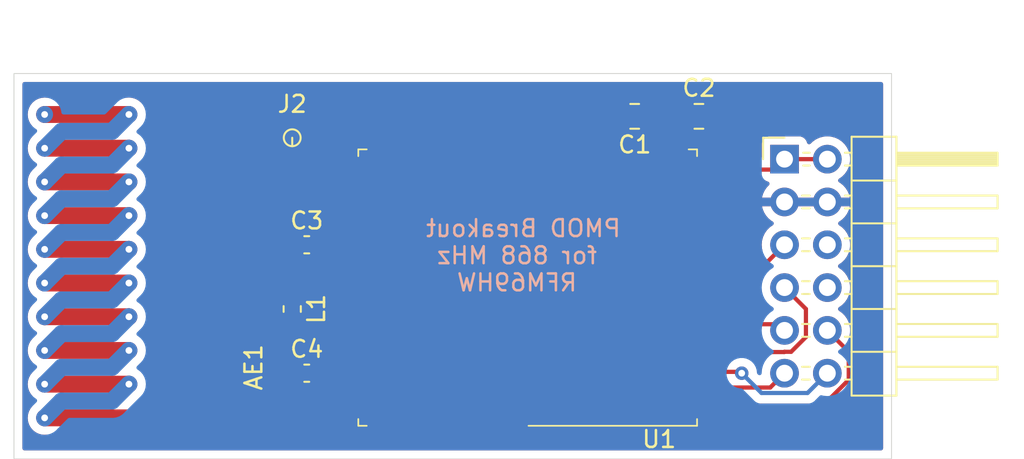
<source format=kicad_pcb>
(kicad_pcb (version 20211014) (generator pcbnew)
  (layers (0 "F.Cu" signal) (31 "B.Cu" signal) (34 "B.Paste" user) (35 "F.Paste" user) (36 "B.SilkS" user "B.Silkscreen") (37 "F.SilkS" user "F.Silkscreen") (38 "B.Mask" user) (39 "F.Mask" user) (44 "Edge.Cuts" user))
  (net 0 "")
  (net 1 "GND")
  (net 2 "DIO0")
  (net 3 "nRESET")
  (net 4 "nCS")
  (net 5 "SCK")
  (net 6 "MOSI")
  (net 7 "MISO")
  (net 8 "VCC")
  (net 16 "Net-(AE1-Pad1)")
  (net 17 "Net-(C3-Pad1)")
  (footprint "Connector_PinHeader_2.54mm:PinHeader_2x06_P2.54mm_Horizontal" (layer "F.Cu") (at 149.86 43.18)
    (fp_text reference "J1" hide)
    (fp_text value "Conn_02x06_Odd_Even")
    (fp_line (start 1.042929 7.24) (end 1.497071 7.24) (layer "F.SilkS") (width 0.12))
    (fp_line (start 12.64 -0.38) (end 12.64 0.38) (layer "F.SilkS") (width 0.12))
    (fp_line (start 6.64 0.04) (end 12.64 0.04) (layer "F.SilkS") (width 0.12))
    (fp_line (start 6.64 -0.32) (end 12.64 -0.32) (layer "F.SilkS") (width 0.12))
    (fp_line (start 3.98 -1.33) (end 3.98 14.03) (layer "F.SilkS") (width 0.12))
    (fp_line (start -1.27 -1.27) (end 0 -1.27) (layer "F.SilkS") (width 0.12))
    (fp_line (start 6.64 -0.08) (end 12.64 -0.08) (layer "F.SilkS") (width 0.12))
    (fp_line (start 1.042929 12.32) (end 1.497071 12.32) (layer "F.SilkS") (width 0.12))
    (fp_line (start 6.64 0.28) (end 12.64 0.28) (layer "F.SilkS") (width 0.12))
    (fp_line (start 3.582929 4.7) (end 3.98 4.7) (layer "F.SilkS") (width 0.12))
    (fp_line (start 12.64 2.92) (end 6.64 2.92) (layer "F.SilkS") (width 0.12))
    (fp_line (start 3.582929 0.38) (end 3.98 0.38) (layer "F.SilkS") (width 0.12))
    (fp_line (start 3.582929 2.16) (end 3.98 2.16) (layer "F.SilkS") (width 0.12))
    (fp_line (start 3.582929 8) (end 3.98 8) (layer "F.SilkS") (width 0.12))
    (fp_line (start 3.98 6.35) (end 6.64 6.35) (layer "F.SilkS") (width 0.12))
    (fp_line (start -1.27 0) (end -1.27 -1.27) (layer "F.SilkS") (width 0.12))
    (fp_line (start 3.582929 12.32) (end 3.98 12.32) (layer "F.SilkS") (width 0.12))
    (fp_line (start 3.98 11.43) (end 6.64 11.43) (layer "F.SilkS") (width 0.12))
    (fp_line (start 3.582929 5.46) (end 3.98 5.46) (layer "F.SilkS") (width 0.12))
    (fp_line (start 1.042929 2.16) (end 1.497071 2.16) (layer "F.SilkS") (width 0.12))
    (fp_line (start 3.582929 -0.38) (end 3.98 -0.38) (layer "F.SilkS") (width 0.12))
    (fp_line (start 6.64 -0.2) (end 12.64 -0.2) (layer "F.SilkS") (width 0.12))
    (fp_line (start 12.64 4.7) (end 12.64 5.46) (layer "F.SilkS") (width 0.12))
    (fp_line (start 12.64 5.46) (end 6.64 5.46) (layer "F.SilkS") (width 0.12))
    (fp_line (start 1.042929 9.78) (end 1.497071 9.78) (layer "F.SilkS") (width 0.12))
    (fp_line (start 6.64 -1.33) (end 3.98 -1.33) (layer "F.SilkS") (width 0.12))
    (fp_line (start 1.042929 5.46) (end 1.497071 5.46) (layer "F.SilkS") (width 0.12))
    (fp_line (start 3.582929 2.92) (end 3.98 2.92) (layer "F.SilkS") (width 0.12))
    (fp_line (start 3.98 8.89) (end 6.64 8.89) (layer "F.SilkS") (width 0.12))
    (fp_line (start 12.64 0.38) (end 6.64 0.38) (layer "F.SilkS") (width 0.12))
    (fp_line (start 6.64 7.24) (end 12.64 7.24) (layer "F.SilkS") (width 0.12))
    (fp_line (start 1.042929 13.08) (end 1.497071 13.08) (layer "F.SilkS") (width 0.12))
    (fp_line (start 6.64 4.7) (end 12.64 4.7) (layer "F.SilkS") (width 0.12))
    (fp_line (start 3.582929 7.24) (end 3.98 7.24) (layer "F.SilkS") (width 0.12))
    (fp_line (start 1.042929 2.92) (end 1.497071 2.92) (layer "F.SilkS") (width 0.12))
    (fp_line (start 3.98 14.03) (end 6.64 14.03) (layer "F.SilkS") (width 0.12))
    (fp_line (start 6.64 2.16) (end 12.64 2.16) (layer "F.SilkS") (width 0.12))
    (fp_line (start 3.582929 9.78) (end 3.98 9.78) (layer "F.SilkS") (width 0.12))
    (fp_line (start 1.042929 8) (end 1.497071 8) (layer "F.SilkS") (width 0.12))
    (fp_line (start 6.64 14.03) (end 6.64 -1.33) (layer "F.SilkS") (width 0.12))
    (fp_line (start 1.042929 10.54) (end 1.497071 10.54) (layer "F.SilkS") (width 0.12))
    (fp_line (start 1.11 0.38) (end 1.497071 0.38) (layer "F.SilkS") (width 0.12))
    (fp_line (start 6.64 0.16) (end 12.64 0.16) (layer "F.SilkS") (width 0.12))
    (fp_line (start 12.64 10.54) (end 6.64 10.54) (layer "F.SilkS") (width 0.12))
    (fp_line (start 12.64 9.78) (end 12.64 10.54) (layer "F.SilkS") (width 0.12))
    (fp_line (start 12.64 7.24) (end 12.64 8) (layer "F.SilkS") (width 0.12))
    (fp_line (start 3.582929 10.54) (end 3.98 10.54) (layer "F.SilkS") (width 0.12))
    (fp_line (start 3.582929 13.08) (end 3.98 13.08) (layer "F.SilkS") (width 0.12))
    (fp_line (start 6.64 12.32) (end 12.64 12.32) (layer "F.SilkS") (width 0.12))
    (fp_line (start 12.64 2.16) (end 12.64 2.92) (layer "F.SilkS") (width 0.12))
    (fp_line (start 3.98 1.27) (end 6.64 1.27) (layer "F.SilkS") (width 0.12))
    (fp_line (start 12.64 8) (end 6.64 8) (layer "F.SilkS") (width 0.12))
    (fp_line (start 6.64 -0.38) (end 12.64 -0.38) (layer "F.SilkS") (width 0.12))
    (fp_line (start 12.64 13.08) (end 6.64 13.08) (layer "F.SilkS") (width 0.12))
    (fp_line (start 1.042929 4.7) (end 1.497071 4.7) (layer "F.SilkS") (width 0.12))
    (fp_line (start 3.98 3.81) (end 6.64 3.81) (layer "F.SilkS") (width 0.12))
    (fp_line (start 12.64 12.32) (end 12.64 13.08) (layer "F.SilkS") (width 0.12))
    (fp_line (start 6.64 9.78) (end 12.64 9.78) (layer "F.SilkS") (width 0.12))
    (fp_line (start 1.11 -0.38) (end 1.497071 -0.38) (layer "F.SilkS") (width 0.12))
    (pad "1" thru_hole rect locked (at 0 0) (size 1.7 1.7) (drill 1) (layers *.Cu *.Mask) (net 8 "VCC"))
    (pad "2" thru_hole oval locked (at 2.54 0) (size 1.7 1.7) (drill 1) (layers *.Cu *.Mask) (net 8 "VCC"))
    (pad "3" thru_hole oval locked (at 0 2.54) (size 1.7 1.7) (drill 1) (layers *.Cu *.Mask) (net 1 "GND"))
    (pad "4" thru_hole oval locked (at 2.54 2.54) (size 1.7 1.7) (drill 1) (layers *.Cu *.Mask) (net 1 "GND"))
    (pad "5" thru_hole oval locked (at 0 5.08) (size 1.7 1.7) (drill 1) (layers *.Cu *.Mask) (net 5 "SCK"))
    (pad "6" thru_hole oval locked (at 2.54 5.08) (size 1.7 1.7) (drill 1) (layers *.Cu *.Mask))
    (pad "7" thru_hole oval locked (at 0 7.62) (size 1.7 1.7) (drill 1) (layers *.Cu *.Mask) (net 7 "MISO"))
    (pad "8" thru_hole oval locked (at 2.54 7.62) (size 1.7 1.7) (drill 1) (layers *.Cu *.Mask))
    (pad "9" thru_hole oval locked (at 0 10.16) (size 1.7 1.7) (drill 1) (layers *.Cu *.Mask) (net 6 "MOSI"))
    (pad "10" thru_hole oval locked (at 2.54 10.16) (size 1.7 1.7) (drill 1) (layers *.Cu *.Mask) (net 3 "nRESET"))
    (pad "11" thru_hole oval locked (at 0 12.7) (size 1.7 1.7) (drill 1) (layers *.Cu *.Mask) (net 4 "nCS"))
    (pad "12" thru_hole oval locked (at 2.54 12.7) (size 1.7 1.7) (drill 1) (layers *.Cu *.Mask) (net 2 "DIO0"))
  )
  (footprint "Capacitor_SMD:C_0603_1608Metric_Pad1.08x0.95mm_HandSolder" (layer "F.Cu") (at 121.5125 48.26)
    (fp_text reference "C3" (at 0 -1.43) (layer "F.SilkS"))
    (fp_text value "C_Small")
    (fp_line (start -0.146267 0.51) (end 0.146267 0.51) (layer "F.SilkS") (width 0.12))
    (fp_line (start -0.146267 -0.51) (end 0.146267 -0.51) (layer "F.SilkS") (width 0.12))
    (pad "1" smd roundrect (at -0.8625 0) (size 1.075 0.95) (layers "F.Cu" "F.Paste" "F.Mask") (net 17 "Net-(C3-Pad1)"))
    (pad "2" smd roundrect (at 0.8625 0) (size 1.075 0.95) (layers "F.Cu" "F.Paste" "F.Mask") (net 1 "GND"))
  )
  (footprint "Capacitor_SMD:C_0805_2012Metric_Pad1.18x1.45mm_HandSolder" (layer "F.Cu") (at 140.97 40.64 180)
    (fp_text reference "C1" (at 0 -1.68) (layer "F.SilkS"))
    (fp_text value "C_Small")
    (fp_line (start -0.261252 0.735) (end 0.261252 0.735) (layer "F.SilkS") (width 0.12))
    (fp_line (start -0.261252 -0.735) (end 0.261252 -0.735) (layer "F.SilkS") (width 0.12))
    (pad "1" smd roundrect (at -1.0375 0 180) (size 1.175 1.45) (layers "F.Cu" "F.Paste" "F.Mask") (roundrect_rratio 0.212766) (net 8 "VCC"))
    (pad "2" smd roundrect (at 1.0375 0 180) (size 1.175 1.45) (layers "F.Cu" "F.Paste" "F.Mask") (roundrect_rratio 0.212766) (net 1 "GND"))
  )
  (footprint "Inductor_SMD:L_0603_1608Metric_Pad1.05x0.95mm_HandSolder" (layer "F.Cu") (at 120.65 52.07 -90)
    (fp_text reference "L1" (at 0 -1.43 90) (layer "F.SilkS"))
    (fp_text value "L_Small")
    (fp_line (start -0.171267 0.51) (end 0.171267 0.51) (layer "F.SilkS") (width 0.12))
    (fp_line (start -0.171267 -0.51) (end 0.171267 -0.51) (layer "F.SilkS") (width 0.12))
    (pad "1" smd roundrect (at -0.875 0 270) (size 1.05 0.95) (layers "F.Cu" "F.Paste" "F.Mask") (net 17 "Net-(C3-Pad1)"))
    (pad "2" smd roundrect (at 0.875 0 270) (size 1.05 0.95) (layers "F.Cu" "F.Paste" "F.Mask") (net 16 "Net-(AE1-Pad1)"))
  )
  (footprint "Capacitor_SMD:C_0603_1608Metric_Pad1.08x0.95mm_HandSolder" (layer "F.Cu") (at 121.5125 55.88)
    (fp_text reference "C4" (at 0 -1.43) (layer "F.SilkS"))
    (fp_text value "C_Small")
    (fp_line (start -0.146267 0.51) (end 0.146267 0.51) (layer "F.SilkS") (width 0.12))
    (fp_line (start -0.146267 -0.51) (end 0.146267 -0.51) (layer "F.SilkS") (width 0.12))
    (pad "1" smd roundrect (at -0.8625 0) (size 1.075 0.95) (layers "F.Cu" "F.Paste" "F.Mask") (net 16 "Net-(AE1-Pad1)"))
    (pad "2" smd roundrect (at 0.8625 0) (size 1.075 0.95) (layers "F.Cu" "F.Paste" "F.Mask") (net 1 "GND"))
  )
  (footprint "AvS_Antenna:HC-RF-IPEX2020-04" (layer "F.Cu") (at 120.65 41.91)
    (fp_text reference "J2" (at 0 -2 unlocked) (layer "F.SilkS"))
    (fp_text value "Conn_Coaxial")
    (fp_line (start 0 0.5) (end 0 0) (layer "F.SilkS") (width 0.12))
    (fp_circle (center 0 0) (end 0 -0.5) (layer "F.SilkS") (width 0.12) (fill none))
    (pad "1" smd roundrect (at 0 0.975) (size 0.55 0.6) (layers "F.Cu" "F.Paste" "F.Mask") (net 17 "Net-(C3-Pad1)"))
    (pad "2" smd roundrect (at 2 0) (size 1 1.58) (layers "F.Cu" "F.Paste" "F.Mask") (net 1 "GND"))
    (pad "2" smd roundrect (at 0 -1) (size 0.5 0.5) (layers "F.Cu" "F.Paste" "F.Mask") (net 1 "GND"))
    (pad "2" smd roundrect (at -2 0) (size 1 1.58) (layers "F.Cu" "F.Paste" "F.Mask") (net 1 "GND"))
  )
  (footprint "RF_Antenna:Texas_SWRA416_868MHz_915MHz" (layer "F.Cu") (at 111.76 49.53 90)
    (fp_text reference "AE1" (at -6 6.6 90) (layer "F.SilkS"))
    (fp_text value "Antenna")
    (fp_line (start -7 -5.8) (end -7 -0.8) (layer "F.Cu") (width 1))
    (fp_line (start 7 -5.8) (end 7 -0.8) (layer "F.Cu") (width 1))
    (fp_line (start -9 5.2) (end -9 -5.8) (layer "F.Cu") (width 1))
    (fp_line (start 1 -5.8) (end 1 -0.8) (layer "F.Cu") (width 1))
    (fp_line (start 3 -5.8) (end 3 -0.8) (layer "F.Cu") (width 1))
    (fp_line (start -5 -5.8) (end -5 -0.8) (layer "F.Cu") (width 1))
    (fp_line (start 9 -5.8) (end 9 -0.8) (layer "F.Cu") (width 1))
    (fp_line (start -1 -5.8) (end -1 -0.8) (layer "F.Cu") (width 1))
    (fp_line (start -3 -5.8) (end -3 -0.8) (layer "F.Cu") (width 1))
    (fp_line (start 5 -5.8) (end 5 -0.8) (layer "F.Cu") (width 1))
    (fp_line (start 6 -4.8) (end 6 -1.8) (layer "B.Cu") (width 1))
    (fp_line (start 7 -5.8) (end 8 -4.8) (layer "B.Cu") (width 1))
    (fp_line (start -2 -1.8) (end -1 -0.8) (layer "B.Cu") (width 1))
    (fp_line (start -6 -4.8) (end -6 -1.8) (layer "B.Cu") (width 1))
    (fp_line (start -1 -5.8) (end 0 -4.8) (layer "B.Cu") (width 1))
    (fp_line (start -5 -5.8) (end -4 -4.8) (layer "B.Cu") (width 1))
    (fp_line (start 3 -5.8) (end 4 -4.8) (layer "B.Cu") (width 1))
    (fp_line (start 4 -1.8) (end 5 -0.8) (layer "B.Cu") (width 1))
    (fp_line (start -9 -5.8) (end -8 -4.8) (layer "B.Cu") (width 1))
    (fp_line (start -7 -5.8) (end -6 -4.8) (layer "B.Cu") (width 1))
    (fp_line (start -8 -4.8) (end -8 -1.8) (layer "B.Cu") (width 1))
    (fp_line (start -2 -4.8) (end -2 -1.8) (layer "B.Cu") (width 1))
    (fp_line (start 6 -1.8) (end 7 -0.8) (layer "B.Cu") (width 1))
    (fp_line (start 5 -5.8) (end 6 -4.8) (layer "B.Cu") (width 1))
    (fp_line (start 8 -4.8) (end 8 -1.8) (layer "B.Cu") (width 1))
    (fp_line (start 4 -4.8) (end 4 -1.8) (layer "B.Cu") (width 1))
    (fp_line (start 2 -1.8) (end 3 -0.8) (layer "B.Cu") (width 1))
    (fp_line (start 0 -1.8) (end 1 -0.8) (layer "B.Cu") (width 1))
    (fp_line (start -4 -1.8) (end -3 -0.8) (layer "B.Cu") (width 1))
    (fp_line (start 2 -4.8) (end 2 -1.8) (layer "B.Cu") (width 1))
    (fp_line (start -6 -1.8) (end -5 -0.8) (layer "B.Cu") (width 1))
    (fp_line (start 0 -4.8) (end 0 -1.8) (layer "B.Cu") (width 1))
    (fp_line (start -3 -5.8) (end -2 -4.8) (layer "B.Cu") (width 1))
    (fp_line (start 1 -5.8) (end 2 -4.8) (layer "B.Cu") (width 1))
    (fp_line (start -4 -4.8) (end -4 -1.8) (layer "B.Cu") (width 1))
    (fp_line (start -8 -1.8) (end -7 -0.8) (layer "B.Cu") (width 1))
    (fp_line (start 8 -1.8) (end 9 -0.8) (layer "B.Cu") (width 1))
    (pad "" thru_hole circle (at -1 -5.8 270) (size 1 1) (drill 0.4) (layers *.Cu))
    (pad "" thru_hole circle (at 9 -5.8 270) (size 1 1) (drill 0.4) (layers *.Cu))
    (pad "" thru_hole circle (at -1 -0.8 270) (size 1 1) (drill 0.4) (layers *.Cu))
    (pad "" thru_hole circle (at 5 -0.8 270) (size 1 1) (drill 0.4) (layers *.Cu))
    (pad "" thru_hole circle (at 1 -5.8 270) (size 1 1) (drill 0.4) (layers *.Cu))
    (pad "" thru_hole circle (at -3 -0.8 270) (size 1 1) (drill 0.4) (layers *.Cu))
    (pad "" thru_hole circle (at 7 -5.8 270) (size 1 1) (drill 0.4) (layers *.Cu))
    (pad "" thru_hole circle (at 3 -5.8 270) (size 1 1) (drill 0.4) (layers *.Cu))
    (pad "" thru_hole circle (at -5 -5.8 270) (size 1 1) (drill 0.4) (layers *.Cu))
    (pad "" thru_hole circle (at 1 -0.8 270) (size 1 1) (drill 0.4) (layers *.Cu))
    (pad "" thru_hole circle (at -7 -0.8 270) (size 1 1) (drill 0.4) (layers *.Cu))
    (pad "" thru_hole circle (at -3 -5.8 270) (size 1 1) (drill 0.4) (layers *.Cu))
    (pad "" thru_hole circle (at -5 -0.8 270) (size 1 1) (drill 0.4) (layers *.Cu))
    (pad "" thru_hole circle (at -9 -5.8 270) (size 1 1) (drill 0.4) (layers *.Cu))
    (pad "" thru_hole circle (at -7 -5.8 270) (size 1 1) (drill 0.4) (layers *.Cu))
    (pad "" thru_hole circle (at 5 -5.8 270) (size 1 1) (drill 0.4) (layers *.Cu))
    (pad "" thru_hole circle (at 7 -0.8 270) (size 1 1) (drill 0.4) (layers *.Cu))
    (pad "" thru_hole circle (at 3 -0.8 270) (size 1 1) (drill 0.4) (layers *.Cu))
    (pad "" thru_hole circle (at 9 -0.8 270) (size 1 1) (drill 0.4) (layers *.Cu))
    (pad "1" smd trapezoid (at -9 5.9 270) (size 0.4 0.8) (rect_delta 0 0.3) (layers "F.Cu") (net 16 "Net-(AE1-Pad1)"))
    (zone (net 0) (net_name "") (layer "F.Cu") (connect_pads (clearance 0)) (min_thickness 0.254)
      (keepout (tracks allowed) (vias allowed) (pads allowed) (copperpour not_allowed) (footprints not_allowed))
      (fill (thermal_gap 0.508) (thermal_bridge_width 0.508))
      (polygon (pts (xy 117.46 59.23) (xy 117.46 39.83) (xy 105.26 39.83) (xy 105.26 59.23)))
    )
  )
  (footprint "RF_Module:HOPERF_RFM69HW" (layer "F.Cu") (at 134.62 50.8 180)
    (fp_text reference "U1" (at -7.8 -9) (layer "F.SilkS"))
    (fp_text value "RFM69HW")
    (fp_line (start 9.55 8.2) (end 10.05 8.2) (layer "F.SilkS") (width 0.1))
    (fp_line (start -10.05 7.8) (end -10.05 8.2) (layer "F.SilkS") (width 0.1))
    (fp_line (start 10.05 7.8) (end 10.05 8.2) (layer "F.SilkS") (width 0.1))
    (fp_line (start -10.05 8.2) (end -9.55 8.2) (layer "F.SilkS") (width 0.1))
    (fp_line (start -10.05 -8.2) (end -0.05 -8.2) (layer "F.SilkS") (width 0.1))
    (fp_line (start -10.05 -8.2) (end -10.05 -7.8) (layer "F.SilkS") (width 0.1))
    (fp_line (start 10.05 -8.2) (end 10.05 -7.8) (layer "F.SilkS") (width 0.1))
    (fp_line (start 9.55 -8.2) (end 10.05 -8.2) (layer "F.SilkS") (width 0.1))
    (pad "1" smd rect (at -9.1 -7 180) (size 2.5 1) (layers "F.Cu" "F.Paste" "F.Mask") (net 3 "nRESET"))
    (pad "2" smd rect (at -9.1 -5 180) (size 2.5 1) (layers "F.Cu" "F.Paste" "F.Mask") (net 2 "DIO0"))
    (pad "3" smd rect (at -9.1 -3 180) (size 2.5 1) (layers "F.Cu" "F.Paste" "F.Mask"))
    (pad "4" smd rect (at -9.1 -1 180) (size 2.5 1) (layers "F.Cu" "F.Paste" "F.Mask"))
    (pad "5" smd rect (at -9.1 1 180) (size 2.5 1) (layers "F.Cu" "F.Paste" "F.Mask"))
    (pad "6" smd rect (at -9.1 3 180) (size 2.5 1) (layers "F.Cu" "F.Paste" "F.Mask"))
    (pad "7" smd rect (at -9.1 5 180) (size 2.5 1) (layers "F.Cu" "F.Paste" "F.Mask"))
    (pad "8" smd rect (at -9.1 7 180) (size 2.5 1) (layers "F.Cu" "F.Paste" "F.Mask") (net 8 "VCC"))
    (pad "9" smd rect (at 9.1 7 180) (size 2.5 1) (layers "F.Cu" "F.Paste" "F.Mask") (net 1 "GND"))
    (pad "10" smd rect (at 9.1 5 180) (size 2.5 1) (layers "F.Cu" "F.Paste" "F.Mask") (net 17 "Net-(C3-Pad1)"))
    (pad "11" smd rect (at 9.1 3 180) (size 2.5 1) (layers "F.Cu" "F.Paste" "F.Mask") (net 1 "GND"))
    (pad "12" smd rect (at 9.1 1 180) (size 2.5 1) (layers "F.Cu" "F.Paste" "F.Mask") (net 5 "SCK"))
    (pad "13" smd rect (at 9.1 -1 180) (size 2.5 1) (layers "F.Cu" "F.Paste" "F.Mask") (net 6 "MOSI"))
    (pad "14" smd rect (at 9.1 -3 180) (size 2.5 1) (layers "F.Cu" "F.Paste" "F.Mask") (net 7 "MISO"))
    (pad "15" smd rect (at 9.1 -5 180) (size 2.5 1) (layers "F.Cu" "F.Paste" "F.Mask") (net 4 "nCS"))
    (pad "16" smd rect (at 9.1 -7 180) (size 2.5 1) (layers "F.Cu" "F.Paste" "F.Mask"))
  )
  (footprint "Capacitor_SMD:C_0805_2012Metric_Pad1.18x1.45mm_HandSolder" (layer "F.Cu") (at 144.78 40.64)
    (fp_text reference "C2" (at 0 -1.68) (layer "F.SilkS"))
    (fp_text value "C_Small")
    (fp_line (start -0.261252 0.735) (end 0.261252 0.735) (layer "F.SilkS") (width 0.12))
    (fp_line (start -0.261252 -0.735) (end 0.261252 -0.735) (layer "F.SilkS") (width 0.12))
    (pad "1" smd roundrect (at -1.0375 0) (size 1.175 1.45) (layers "F.Cu" "F.Paste" "F.Mask") (roundrect_rratio 0.212766) (net 8 "VCC"))
    (pad "2" smd roundrect (at 1.0375 0) (size 1.175 1.45) (layers "F.Cu" "F.Paste" "F.Mask") (roundrect_rratio 0.212766) (net 1 "GND"))
  )
  (gr_rect (start 104.14 38.1) (end 156.21 60.96) (layer "Edge.Cuts") (width 0.05) (fill none))
  (gr_text "PMOD Breakout \nfor 868 MHz\nRFM69HW" (at 133.985 48.895) (layer "B.SilkS") (effects (font (size 1 1)) (justify mirror)))
  (segment (start 143.72 55.8) (end 147.24 55.8) (width 0.25) (layer "F.Cu") (net 2))
  (segment (start 147.24 55.8) (end 147.32 55.88) (width 0.25) (layer "F.Cu") (net 2))
  (via (at 147.32 55.88) (size 0.8) (drill 0.4) (layers "F.Cu" "B.Cu") (net 2))
  (segment (start 151.225 57.055) (end 152.4 55.88) (width 0.25) (layer "B.Cu") (net 2))
  (segment (start 147.32 55.88) (end 148.495 57.055) (width 0.25) (layer "B.Cu") (net 2))
  (segment (start 148.495 57.055) (end 151.225 57.055) (width 0.25) (layer "B.Cu") (net 2))
  (segment (start 152.141701 57.8) (end 143.72 57.8) (width 0.25) (layer "F.Cu") (net 3))
  (segment (start 153.67 56.271701) (end 152.141701 57.8) (width 0.25) (layer "F.Cu") (net 3))
  (segment (start 153.67 54.61) (end 152.4 53.34) (width 0.25) (layer "F.Cu") (net 3))
  (segment (start 153.67 56.271701) (end 153.67 54.61) (width 0.25) (layer "F.Cu") (net 3))
  (segment (start 149.01 56.73) (end 126.45 56.73) (width 0.25) (layer "F.Cu") (net 4))
  (segment (start 126.45 56.73) (end 125.52 55.8) (width 0.25) (layer "F.Cu") (net 4))
  (segment (start 149.86 55.88) (end 149.01 56.73) (width 0.25) (layer "F.Cu") (net 4))
  (segment (start 126.52 50.8) (end 147.32 50.8) (width 0.25) (layer "F.Cu") (net 5))
  (segment (start 147.32 50.8) (end 149.86 48.26) (width 0.25) (layer "F.Cu") (net 5))
  (segment (start 125.52 49.8) (end 126.52 50.8) (width 0.25) (layer "F.Cu") (net 5))
  (segment (start 149.86 53.34) (end 149.495 52.975) (width 0.25) (layer "F.Cu") (net 6))
  (segment (start 149.495 52.975) (end 126.695 52.975) (width 0.25) (layer "F.Cu") (net 6))
  (segment (start 126.695 52.975) (end 125.52 51.8) (width 0.25) (layer "F.Cu") (net 6))
  (segment (start 125.52 53.8) (end 126.345 54.625) (width 0.25) (layer "F.Cu") (net 7))
  (segment (start 151.13 52.07) (end 149.86 50.8) (width 0.25) (layer "F.Cu") (net 7))
  (segment (start 149.86 54.61) (end 150.251701 54.61) (width 0.25) (layer "F.Cu") (net 7))
  (segment (start 126.345 54.625) (end 149.845 54.625) (width 0.25) (layer "F.Cu") (net 7))
  (segment (start 149.845 54.625) (end 149.86 54.61) (width 0.25) (layer "F.Cu") (net 7))
  (segment (start 150.251701 54.61) (end 151.13 53.731701) (width 0.25) (layer "F.Cu") (net 7))
  (segment (start 151.13 53.731701) (end 151.13 52.07) (width 0.25) (layer "F.Cu") (net 7))
  (segment (start 143.72 43.8) (end 143.72 40.6625) (width 0.25) (layer "F.Cu") (net 8))
  (segment (start 143.72 43.8) (end 149.24 43.8) (width 0.25) (layer "F.Cu") (net 8))
  (segment (start 143.72 40.6625) (end 143.7425 40.64) (width 0.25) (layer "F.Cu") (net 8))
  (segment (start 152.4 43.18) (end 149.86 43.18) (width 0.25) (layer "F.Cu") (net 8))
  (segment (start 149.24 43.8) (end 149.86 43.18) (width 0.25) (layer "F.Cu") (net 8))
  (segment (start 143.7425 40.64) (end 142.0075 40.64) (width 0.25) (layer "F.Cu") (net 8))
  (segment (start 120.65 57.15) (end 119.27 58.53) (width 0.38) (layer "F.Cu") (net 16))
  (segment (start 119.27 58.53) (end 118.15 58.53) (width 0.38) (layer "F.Cu") (net 16))
  (segment (start 120.65 52.945) (end 120.65 55.88) (width 0.38) (layer "F.Cu") (net 16))
  (segment (start 120.65 55.88) (end 120.65 57.15) (width 0.38) (layer "F.Cu") (net 16))
  (segment (start 120.73 45.8) (end 120.65 45.72) (width 0.25) (layer "F.Cu") (net 17))
  (segment (start 120.65 42.885) (end 120.65 45.72) (width 0.38) (layer "F.Cu") (net 17))
  (segment (start 120.65 45.72) (end 120.65 48.26) (width 0.38) (layer "F.Cu") (net 17))
  (segment (start 120.65 48.26) (end 120.65 51.195) (width 0.38) (layer "F.Cu") (net 17))
  (segment (start 125.52 45.8) (end 120.73 45.8) (width 0.25) (layer "F.Cu") (net 17))
  (zone (net 1) (net_name "GND") (layers F&B.Cu) (connect_pads (clearance 0.5)) (min_thickness 0.254) (fill yes (thermal_gap 0.508) (thermal_bridge_width 0.508))
    (polygon (pts (xy 157.48 60.96) (xy 104.14 60.96) (xy 104.14 38.1) (xy 157.48 38.1)))
  )
)
</source>
